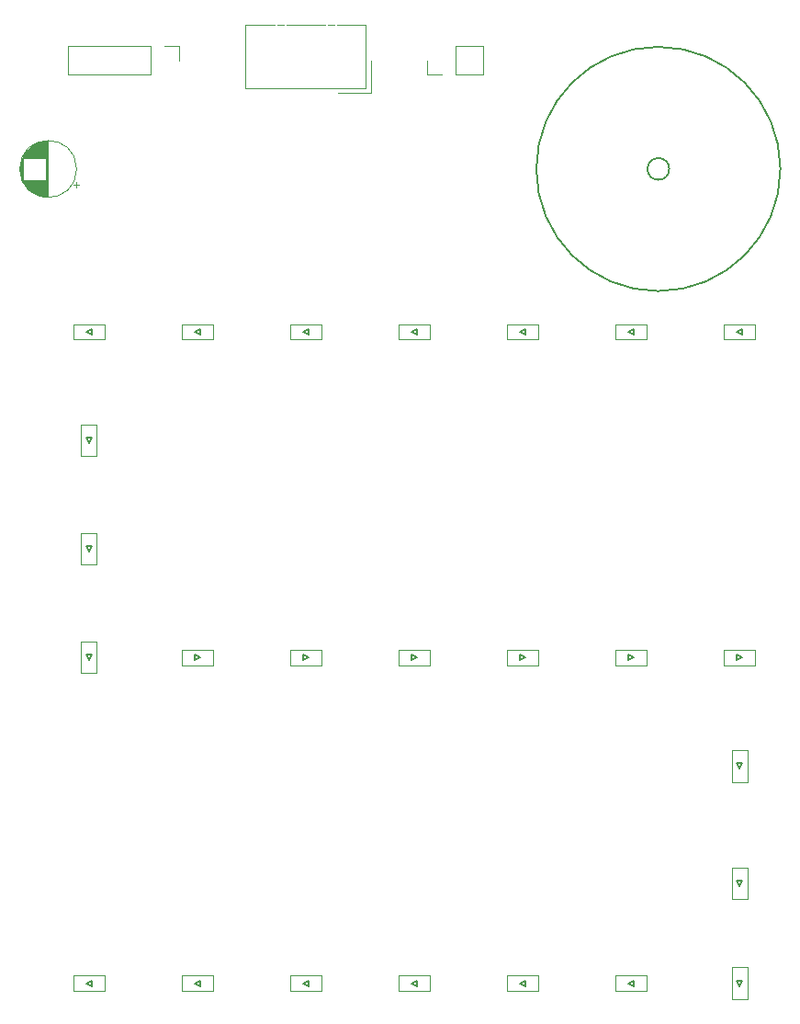
<source format=gto>
G04 #@! TF.GenerationSoftware,KiCad,Pcbnew,(5.0.2)-1*
G04 #@! TF.CreationDate,2019-02-25T23:41:49+09:00*
G04 #@! TF.ProjectId,Land,4c616e64-2e6b-4696-9361-645f70636258,rev?*
G04 #@! TF.SameCoordinates,Original*
G04 #@! TF.FileFunction,Legend,Top*
G04 #@! TF.FilePolarity,Positive*
%FSLAX46Y46*%
G04 Gerber Fmt 4.6, Leading zero omitted, Abs format (unit mm)*
G04 Created by KiCad (PCBNEW (5.0.2)-1) date 2019/02/25 23:41:49*
%MOMM*%
%LPD*%
G01*
G04 APERTURE LIST*
%ADD10C,0.150000*%
%ADD11C,0.120000*%
G04 APERTURE END LIST*
D10*
G04 #@! TO.C,D1*
X159750000Y-85000000D02*
X160250000Y-85250000D01*
X159750000Y-85000000D02*
X160250000Y-84750000D01*
X160250000Y-84750000D02*
X160250000Y-85250000D01*
D11*
X158550000Y-84300000D02*
X161450000Y-84300000D01*
X161450000Y-85700000D02*
X158550000Y-85700000D01*
X161450000Y-84300000D02*
X161450000Y-85700000D01*
X158550000Y-84300000D02*
X158550000Y-85700000D01*
G04 #@! TO.C,D2*
X148550000Y-84300000D02*
X148550000Y-85700000D01*
X151450000Y-84300000D02*
X151450000Y-85700000D01*
X151450000Y-85700000D02*
X148550000Y-85700000D01*
X148550000Y-84300000D02*
X151450000Y-84300000D01*
D10*
X150250000Y-84750000D02*
X150250000Y-85250000D01*
X149750000Y-85000000D02*
X150250000Y-84750000D01*
X149750000Y-85000000D02*
X150250000Y-85250000D01*
G04 #@! TO.C,D3*
X139750000Y-85000000D02*
X140250000Y-85250000D01*
X139750000Y-85000000D02*
X140250000Y-84750000D01*
X140250000Y-84750000D02*
X140250000Y-85250000D01*
D11*
X138550000Y-84300000D02*
X141450000Y-84300000D01*
X141450000Y-85700000D02*
X138550000Y-85700000D01*
X141450000Y-84300000D02*
X141450000Y-85700000D01*
X138550000Y-84300000D02*
X138550000Y-85700000D01*
G04 #@! TO.C,D4*
X128550000Y-84300000D02*
X128550000Y-85700000D01*
X131450000Y-84300000D02*
X131450000Y-85700000D01*
X131450000Y-85700000D02*
X128550000Y-85700000D01*
X128550000Y-84300000D02*
X131450000Y-84300000D01*
D10*
X130250000Y-84750000D02*
X130250000Y-85250000D01*
X129750000Y-85000000D02*
X130250000Y-84750000D01*
X129750000Y-85000000D02*
X130250000Y-85250000D01*
G04 #@! TO.C,D5*
X119750000Y-85000000D02*
X120250000Y-85250000D01*
X119750000Y-85000000D02*
X120250000Y-84750000D01*
X120250000Y-84750000D02*
X120250000Y-85250000D01*
D11*
X118550000Y-84300000D02*
X121450000Y-84300000D01*
X121450000Y-85700000D02*
X118550000Y-85700000D01*
X121450000Y-84300000D02*
X121450000Y-85700000D01*
X118550000Y-84300000D02*
X118550000Y-85700000D01*
G04 #@! TO.C,D6*
X108550000Y-84300000D02*
X108550000Y-85700000D01*
X111450000Y-84300000D02*
X111450000Y-85700000D01*
X111450000Y-85700000D02*
X108550000Y-85700000D01*
X108550000Y-84300000D02*
X111450000Y-84300000D01*
D10*
X110250000Y-84750000D02*
X110250000Y-85250000D01*
X109750000Y-85000000D02*
X110250000Y-84750000D01*
X109750000Y-85000000D02*
X110250000Y-85250000D01*
G04 #@! TO.C,D7*
X99750000Y-85000000D02*
X100250000Y-85250000D01*
X99750000Y-85000000D02*
X100250000Y-84750000D01*
X100250000Y-84750000D02*
X100250000Y-85250000D01*
D11*
X98550000Y-84300000D02*
X101450000Y-84300000D01*
X101450000Y-85700000D02*
X98550000Y-85700000D01*
X101450000Y-84300000D02*
X101450000Y-85700000D01*
X98550000Y-84300000D02*
X98550000Y-85700000D01*
G04 #@! TO.C,D8*
X99300000Y-96450000D02*
X100700000Y-96450000D01*
X99300000Y-93550000D02*
X100700000Y-93550000D01*
X100700000Y-93550000D02*
X100700000Y-96450000D01*
X99300000Y-96450000D02*
X99300000Y-93550000D01*
D10*
X99750000Y-94750000D02*
X100250000Y-94750000D01*
X100000000Y-95250000D02*
X99750000Y-94750000D01*
X100000000Y-95250000D02*
X100250000Y-94750000D01*
G04 #@! TO.C,D9*
X100000000Y-105250000D02*
X100250000Y-104750000D01*
X100000000Y-105250000D02*
X99750000Y-104750000D01*
X99750000Y-104750000D02*
X100250000Y-104750000D01*
D11*
X99300000Y-106450000D02*
X99300000Y-103550000D01*
X100700000Y-103550000D02*
X100700000Y-106450000D01*
X99300000Y-103550000D02*
X100700000Y-103550000D01*
X99300000Y-106450000D02*
X100700000Y-106450000D01*
D10*
G04 #@! TO.C,D10*
X100000000Y-115250000D02*
X100250000Y-114750000D01*
X100000000Y-115250000D02*
X99750000Y-114750000D01*
X99750000Y-114750000D02*
X100250000Y-114750000D01*
D11*
X99300000Y-116450000D02*
X99300000Y-113550000D01*
X100700000Y-113550000D02*
X100700000Y-116450000D01*
X99300000Y-113550000D02*
X100700000Y-113550000D01*
X99300000Y-116450000D02*
X100700000Y-116450000D01*
G04 #@! TO.C,D11*
X111450000Y-115700000D02*
X111450000Y-114300000D01*
X108550000Y-115700000D02*
X108550000Y-114300000D01*
X108550000Y-114300000D02*
X111450000Y-114300000D01*
X111450000Y-115700000D02*
X108550000Y-115700000D01*
D10*
X109750000Y-115250000D02*
X109750000Y-114750000D01*
X110250000Y-115000000D02*
X109750000Y-115250000D01*
X110250000Y-115000000D02*
X109750000Y-114750000D01*
D11*
G04 #@! TO.C,D12*
X121450000Y-115700000D02*
X121450000Y-114300000D01*
X118550000Y-115700000D02*
X118550000Y-114300000D01*
X118550000Y-114300000D02*
X121450000Y-114300000D01*
X121450000Y-115700000D02*
X118550000Y-115700000D01*
D10*
X119750000Y-115250000D02*
X119750000Y-114750000D01*
X120250000Y-115000000D02*
X119750000Y-115250000D01*
X120250000Y-115000000D02*
X119750000Y-114750000D01*
D11*
G04 #@! TO.C,D13*
X131450000Y-115700000D02*
X131450000Y-114300000D01*
X128550000Y-115700000D02*
X128550000Y-114300000D01*
X128550000Y-114300000D02*
X131450000Y-114300000D01*
X131450000Y-115700000D02*
X128550000Y-115700000D01*
D10*
X129750000Y-115250000D02*
X129750000Y-114750000D01*
X130250000Y-115000000D02*
X129750000Y-115250000D01*
X130250000Y-115000000D02*
X129750000Y-114750000D01*
D11*
G04 #@! TO.C,D14*
X141450000Y-115700000D02*
X141450000Y-114300000D01*
X138550000Y-115700000D02*
X138550000Y-114300000D01*
X138550000Y-114300000D02*
X141450000Y-114300000D01*
X141450000Y-115700000D02*
X138550000Y-115700000D01*
D10*
X139750000Y-115250000D02*
X139750000Y-114750000D01*
X140250000Y-115000000D02*
X139750000Y-115250000D01*
X140250000Y-115000000D02*
X139750000Y-114750000D01*
G04 #@! TO.C,D15*
X150250000Y-115000000D02*
X149750000Y-114750000D01*
X150250000Y-115000000D02*
X149750000Y-115250000D01*
X149750000Y-115250000D02*
X149750000Y-114750000D01*
D11*
X151450000Y-115700000D02*
X148550000Y-115700000D01*
X148550000Y-114300000D02*
X151450000Y-114300000D01*
X148550000Y-115700000D02*
X148550000Y-114300000D01*
X151450000Y-115700000D02*
X151450000Y-114300000D01*
D10*
G04 #@! TO.C,D16*
X160250000Y-115000000D02*
X159750000Y-114750000D01*
X160250000Y-115000000D02*
X159750000Y-115250000D01*
X159750000Y-115250000D02*
X159750000Y-114750000D01*
D11*
X161450000Y-115700000D02*
X158550000Y-115700000D01*
X158550000Y-114300000D02*
X161450000Y-114300000D01*
X158550000Y-115700000D02*
X158550000Y-114300000D01*
X161450000Y-115700000D02*
X161450000Y-114300000D01*
G04 #@! TO.C,D17*
X159300000Y-126450000D02*
X160700000Y-126450000D01*
X159300000Y-123550000D02*
X160700000Y-123550000D01*
X160700000Y-123550000D02*
X160700000Y-126450000D01*
X159300000Y-126450000D02*
X159300000Y-123550000D01*
D10*
X159750000Y-124750000D02*
X160250000Y-124750000D01*
X160000000Y-125250000D02*
X159750000Y-124750000D01*
X160000000Y-125250000D02*
X160250000Y-124750000D01*
G04 #@! TO.C,D18*
X160000000Y-136050000D02*
X160250000Y-135550000D01*
X160000000Y-136050000D02*
X159750000Y-135550000D01*
X159750000Y-135550000D02*
X160250000Y-135550000D01*
D11*
X159300000Y-137250000D02*
X159300000Y-134350000D01*
X160700000Y-134350000D02*
X160700000Y-137250000D01*
X159300000Y-134350000D02*
X160700000Y-134350000D01*
X159300000Y-137250000D02*
X160700000Y-137250000D01*
G04 #@! TO.C,D19*
X159300000Y-146450000D02*
X160700000Y-146450000D01*
X159300000Y-143550000D02*
X160700000Y-143550000D01*
X160700000Y-143550000D02*
X160700000Y-146450000D01*
X159300000Y-146450000D02*
X159300000Y-143550000D01*
D10*
X159750000Y-144750000D02*
X160250000Y-144750000D01*
X160000000Y-145250000D02*
X159750000Y-144750000D01*
X160000000Y-145250000D02*
X160250000Y-144750000D01*
G04 #@! TO.C,D20*
X149750000Y-145000000D02*
X150250000Y-145250000D01*
X149750000Y-145000000D02*
X150250000Y-144750000D01*
X150250000Y-144750000D02*
X150250000Y-145250000D01*
D11*
X148550000Y-144300000D02*
X151450000Y-144300000D01*
X151450000Y-145700000D02*
X148550000Y-145700000D01*
X151450000Y-144300000D02*
X151450000Y-145700000D01*
X148550000Y-144300000D02*
X148550000Y-145700000D01*
G04 #@! TO.C,D21*
X138550000Y-144300000D02*
X138550000Y-145700000D01*
X141450000Y-144300000D02*
X141450000Y-145700000D01*
X141450000Y-145700000D02*
X138550000Y-145700000D01*
X138550000Y-144300000D02*
X141450000Y-144300000D01*
D10*
X140250000Y-144750000D02*
X140250000Y-145250000D01*
X139750000Y-145000000D02*
X140250000Y-144750000D01*
X139750000Y-145000000D02*
X140250000Y-145250000D01*
G04 #@! TO.C,D22*
X129750000Y-145000000D02*
X130250000Y-145250000D01*
X129750000Y-145000000D02*
X130250000Y-144750000D01*
X130250000Y-144750000D02*
X130250000Y-145250000D01*
D11*
X128550000Y-144300000D02*
X131450000Y-144300000D01*
X131450000Y-145700000D02*
X128550000Y-145700000D01*
X131450000Y-144300000D02*
X131450000Y-145700000D01*
X128550000Y-144300000D02*
X128550000Y-145700000D01*
G04 #@! TO.C,D23*
X118550000Y-144300000D02*
X118550000Y-145700000D01*
X121450000Y-144300000D02*
X121450000Y-145700000D01*
X121450000Y-145700000D02*
X118550000Y-145700000D01*
X118550000Y-144300000D02*
X121450000Y-144300000D01*
D10*
X120250000Y-144750000D02*
X120250000Y-145250000D01*
X119750000Y-145000000D02*
X120250000Y-144750000D01*
X119750000Y-145000000D02*
X120250000Y-145250000D01*
D11*
G04 #@! TO.C,D24*
X108550000Y-144300000D02*
X108550000Y-145700000D01*
X111450000Y-144300000D02*
X111450000Y-145700000D01*
X111450000Y-145700000D02*
X108550000Y-145700000D01*
X108550000Y-144300000D02*
X111450000Y-144300000D01*
D10*
X110250000Y-144750000D02*
X110250000Y-145250000D01*
X109750000Y-145000000D02*
X110250000Y-144750000D01*
X109750000Y-145000000D02*
X110250000Y-145250000D01*
G04 #@! TO.C,D25*
X99750000Y-145000000D02*
X100250000Y-145250000D01*
X99750000Y-145000000D02*
X100250000Y-144750000D01*
X100250000Y-144750000D02*
X100250000Y-145250000D01*
D11*
X98550000Y-144300000D02*
X101450000Y-144300000D01*
X101450000Y-145700000D02*
X98550000Y-145700000D01*
X101450000Y-144300000D02*
X101450000Y-145700000D01*
X98550000Y-144300000D02*
X98550000Y-145700000D01*
G04 #@! TO.C,J3*
X136370000Y-61330000D02*
X136370000Y-58670000D01*
X133770000Y-61330000D02*
X136370000Y-61330000D01*
X133770000Y-58670000D02*
X136370000Y-58670000D01*
X133770000Y-61330000D02*
X133770000Y-58670000D01*
X132500000Y-61330000D02*
X131170000Y-61330000D01*
X131170000Y-61330000D02*
X131170000Y-60000000D01*
G04 #@! TO.C,C2*
X98870000Y-70000000D02*
G75*
G03X98870000Y-70000000I-2620000J0D01*
G01*
X96250000Y-72580000D02*
X96250000Y-67420000D01*
X96210000Y-72580000D02*
X96210000Y-67420000D01*
X96170000Y-72579000D02*
X96170000Y-67421000D01*
X96130000Y-72578000D02*
X96130000Y-67422000D01*
X96090000Y-72576000D02*
X96090000Y-67424000D01*
X96050000Y-72573000D02*
X96050000Y-67427000D01*
X96010000Y-72569000D02*
X96010000Y-71040000D01*
X96010000Y-68960000D02*
X96010000Y-67431000D01*
X95970000Y-72565000D02*
X95970000Y-71040000D01*
X95970000Y-68960000D02*
X95970000Y-67435000D01*
X95930000Y-72561000D02*
X95930000Y-71040000D01*
X95930000Y-68960000D02*
X95930000Y-67439000D01*
X95890000Y-72556000D02*
X95890000Y-71040000D01*
X95890000Y-68960000D02*
X95890000Y-67444000D01*
X95850000Y-72550000D02*
X95850000Y-71040000D01*
X95850000Y-68960000D02*
X95850000Y-67450000D01*
X95810000Y-72543000D02*
X95810000Y-71040000D01*
X95810000Y-68960000D02*
X95810000Y-67457000D01*
X95770000Y-72536000D02*
X95770000Y-71040000D01*
X95770000Y-68960000D02*
X95770000Y-67464000D01*
X95730000Y-72528000D02*
X95730000Y-71040000D01*
X95730000Y-68960000D02*
X95730000Y-67472000D01*
X95690000Y-72520000D02*
X95690000Y-71040000D01*
X95690000Y-68960000D02*
X95690000Y-67480000D01*
X95650000Y-72511000D02*
X95650000Y-71040000D01*
X95650000Y-68960000D02*
X95650000Y-67489000D01*
X95610000Y-72501000D02*
X95610000Y-71040000D01*
X95610000Y-68960000D02*
X95610000Y-67499000D01*
X95570000Y-72491000D02*
X95570000Y-71040000D01*
X95570000Y-68960000D02*
X95570000Y-67509000D01*
X95529000Y-72480000D02*
X95529000Y-71040000D01*
X95529000Y-68960000D02*
X95529000Y-67520000D01*
X95489000Y-72468000D02*
X95489000Y-71040000D01*
X95489000Y-68960000D02*
X95489000Y-67532000D01*
X95449000Y-72455000D02*
X95449000Y-71040000D01*
X95449000Y-68960000D02*
X95449000Y-67545000D01*
X95409000Y-72442000D02*
X95409000Y-71040000D01*
X95409000Y-68960000D02*
X95409000Y-67558000D01*
X95369000Y-72428000D02*
X95369000Y-71040000D01*
X95369000Y-68960000D02*
X95369000Y-67572000D01*
X95329000Y-72414000D02*
X95329000Y-71040000D01*
X95329000Y-68960000D02*
X95329000Y-67586000D01*
X95289000Y-72398000D02*
X95289000Y-71040000D01*
X95289000Y-68960000D02*
X95289000Y-67602000D01*
X95249000Y-72382000D02*
X95249000Y-71040000D01*
X95249000Y-68960000D02*
X95249000Y-67618000D01*
X95209000Y-72365000D02*
X95209000Y-71040000D01*
X95209000Y-68960000D02*
X95209000Y-67635000D01*
X95169000Y-72348000D02*
X95169000Y-71040000D01*
X95169000Y-68960000D02*
X95169000Y-67652000D01*
X95129000Y-72329000D02*
X95129000Y-71040000D01*
X95129000Y-68960000D02*
X95129000Y-67671000D01*
X95089000Y-72310000D02*
X95089000Y-71040000D01*
X95089000Y-68960000D02*
X95089000Y-67690000D01*
X95049000Y-72290000D02*
X95049000Y-71040000D01*
X95049000Y-68960000D02*
X95049000Y-67710000D01*
X95009000Y-72268000D02*
X95009000Y-71040000D01*
X95009000Y-68960000D02*
X95009000Y-67732000D01*
X94969000Y-72247000D02*
X94969000Y-71040000D01*
X94969000Y-68960000D02*
X94969000Y-67753000D01*
X94929000Y-72224000D02*
X94929000Y-71040000D01*
X94929000Y-68960000D02*
X94929000Y-67776000D01*
X94889000Y-72200000D02*
X94889000Y-71040000D01*
X94889000Y-68960000D02*
X94889000Y-67800000D01*
X94849000Y-72175000D02*
X94849000Y-71040000D01*
X94849000Y-68960000D02*
X94849000Y-67825000D01*
X94809000Y-72149000D02*
X94809000Y-71040000D01*
X94809000Y-68960000D02*
X94809000Y-67851000D01*
X94769000Y-72122000D02*
X94769000Y-71040000D01*
X94769000Y-68960000D02*
X94769000Y-67878000D01*
X94729000Y-72095000D02*
X94729000Y-71040000D01*
X94729000Y-68960000D02*
X94729000Y-67905000D01*
X94689000Y-72065000D02*
X94689000Y-71040000D01*
X94689000Y-68960000D02*
X94689000Y-67935000D01*
X94649000Y-72035000D02*
X94649000Y-71040000D01*
X94649000Y-68960000D02*
X94649000Y-67965000D01*
X94609000Y-72004000D02*
X94609000Y-71040000D01*
X94609000Y-68960000D02*
X94609000Y-67996000D01*
X94569000Y-71971000D02*
X94569000Y-71040000D01*
X94569000Y-68960000D02*
X94569000Y-68029000D01*
X94529000Y-71937000D02*
X94529000Y-71040000D01*
X94529000Y-68960000D02*
X94529000Y-68063000D01*
X94489000Y-71901000D02*
X94489000Y-71040000D01*
X94489000Y-68960000D02*
X94489000Y-68099000D01*
X94449000Y-71864000D02*
X94449000Y-71040000D01*
X94449000Y-68960000D02*
X94449000Y-68136000D01*
X94409000Y-71826000D02*
X94409000Y-71040000D01*
X94409000Y-68960000D02*
X94409000Y-68174000D01*
X94369000Y-71785000D02*
X94369000Y-71040000D01*
X94369000Y-68960000D02*
X94369000Y-68215000D01*
X94329000Y-71743000D02*
X94329000Y-71040000D01*
X94329000Y-68960000D02*
X94329000Y-68257000D01*
X94289000Y-71699000D02*
X94289000Y-71040000D01*
X94289000Y-68960000D02*
X94289000Y-68301000D01*
X94249000Y-71653000D02*
X94249000Y-71040000D01*
X94249000Y-68960000D02*
X94249000Y-68347000D01*
X94209000Y-71605000D02*
X94209000Y-71040000D01*
X94209000Y-68960000D02*
X94209000Y-68395000D01*
X94169000Y-71554000D02*
X94169000Y-71040000D01*
X94169000Y-68960000D02*
X94169000Y-68446000D01*
X94129000Y-71500000D02*
X94129000Y-71040000D01*
X94129000Y-68960000D02*
X94129000Y-68500000D01*
X94089000Y-71443000D02*
X94089000Y-71040000D01*
X94089000Y-68960000D02*
X94089000Y-68557000D01*
X94049000Y-71383000D02*
X94049000Y-71040000D01*
X94049000Y-68960000D02*
X94049000Y-68617000D01*
X94009000Y-71319000D02*
X94009000Y-71040000D01*
X94009000Y-68960000D02*
X94009000Y-68681000D01*
X93969000Y-71251000D02*
X93969000Y-71040000D01*
X93969000Y-68960000D02*
X93969000Y-68749000D01*
X93929000Y-71178000D02*
X93929000Y-68822000D01*
X93889000Y-71098000D02*
X93889000Y-68902000D01*
X93849000Y-71011000D02*
X93849000Y-68989000D01*
X93809000Y-70915000D02*
X93809000Y-69085000D01*
X93769000Y-70805000D02*
X93769000Y-69195000D01*
X93729000Y-70677000D02*
X93729000Y-69323000D01*
X93689000Y-70518000D02*
X93689000Y-69482000D01*
X93649000Y-70284000D02*
X93649000Y-69716000D01*
X99054775Y-71475000D02*
X98554775Y-71475000D01*
X98804775Y-71725000D02*
X98804775Y-71225000D01*
G04 #@! TO.C,J1*
X98050000Y-58670000D02*
X98050000Y-61330000D01*
X105730000Y-58670000D02*
X98050000Y-58670000D01*
X105730000Y-61330000D02*
X98050000Y-61330000D01*
X105730000Y-58670000D02*
X105730000Y-61330000D01*
X107000000Y-58670000D02*
X108330000Y-58670000D01*
X108330000Y-58670000D02*
X108330000Y-60000000D01*
G04 #@! TO.C,J2*
X126000000Y-63000000D02*
X123000000Y-63000000D01*
X126000000Y-60000000D02*
X126000000Y-63000000D01*
X118000000Y-56700000D02*
X117400000Y-56700000D01*
X122600000Y-56700000D02*
X122000000Y-56700000D01*
X125500000Y-62550000D02*
X114450000Y-62550000D01*
X125500000Y-56700000D02*
X125500000Y-62550000D01*
X121750000Y-56700000D02*
X118250000Y-56700000D01*
X114450000Y-56700000D02*
X114450000Y-62550000D01*
X125500000Y-56700000D02*
X122850000Y-56700000D01*
X117100000Y-56700000D02*
X114450000Y-56700000D01*
D10*
G04 #@! TO.C,LS1*
X163750000Y-70000000D02*
G75*
G03X163750000Y-70000000I-11250000J0D01*
G01*
X153500000Y-70000000D02*
G75*
G03X153500000Y-70000000I-1000000J0D01*
G01*
G04 #@! TD*
M02*

</source>
